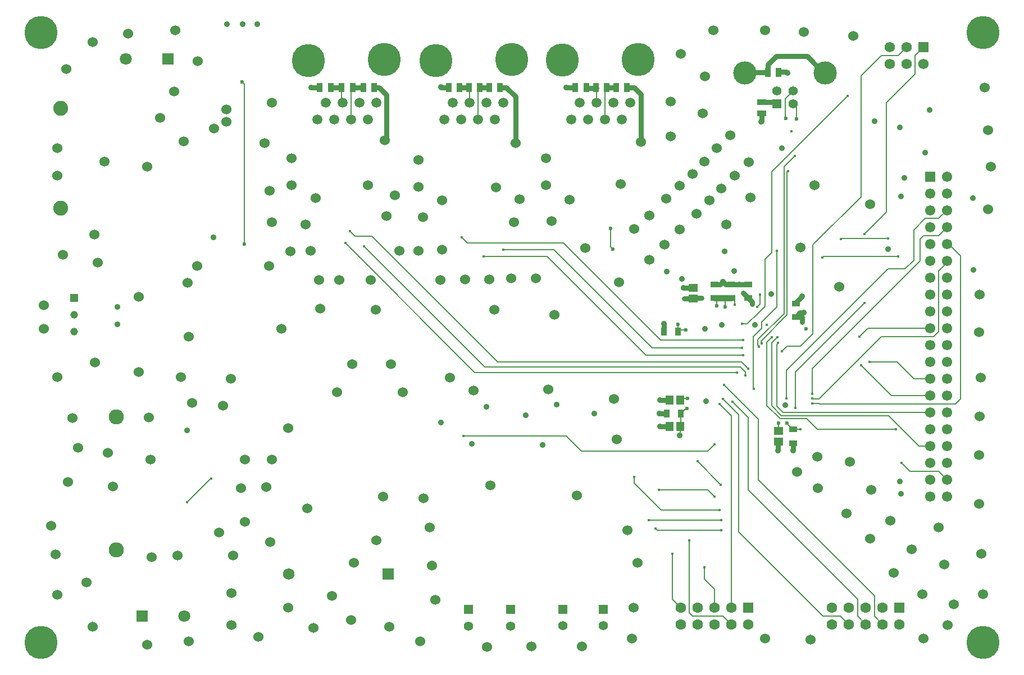
<source format=gbl>
%FSLAX23Y23*%
%MOIN*%
%SFA1B1*%

%IPPOS*%
%ADD13C,0.010000*%
%ADD20R,0.057330X0.051360*%
%ADD30R,0.051360X0.057330*%
%ADD31R,0.053150X0.033470*%
%ADD35R,0.033470X0.053150*%
%ADD59R,0.068900X0.068900*%
%ADD60C,0.068900*%
%ADD61C,0.137800*%
%ADD62R,0.055910X0.055910*%
%ADD63C,0.055910*%
%ADD68R,0.061810X0.061810*%
%ADD69C,0.061810*%
%ADD72R,0.055120X0.055120*%
%ADD73C,0.055120*%
%ADD81C,0.008000*%
%ADD83C,0.030000*%
%ADD88C,0.061020*%
%ADD89R,0.061020X0.061020*%
%ADD90C,0.062990*%
%ADD91R,0.062990X0.062990*%
%ADD92R,0.070870X0.070870*%
%ADD93C,0.070870*%
%ADD94C,0.089760*%
%ADD95C,0.196850*%
%ADD96C,0.059060*%
%ADD97R,0.045980X0.045980*%
%ADD98C,0.045980*%
%ADD99C,0.088580*%
%ADD100C,0.060000*%
%ADD101C,0.017720*%
%ADD102C,0.035430*%
%ADD103C,0.023620*%
%ADD105R,0.047490X0.037650*%
%ADD106R,0.037650X0.047490*%
%ADD107C,0.035000*%
%LNpcb-1*%
%LPD*%
G54D13*
X4548Y2470D02*
X4549Y2470D01*
G54D20*
X4275Y2448D03*
Y2385D03*
X4780Y1600D03*
Y1536D03*
G54D30*
X4133Y1626D03*
X4196D03*
X4134Y1783D03*
X4197D03*
G54D31*
X4680Y3552D03*
Y3487D03*
G54D35*
X3575Y3640D03*
X3640D03*
X2888D03*
X2823D03*
X3817D03*
X3882D03*
X2188D03*
X2253D03*
X4782Y3730D03*
X4717D03*
X2058Y3640D03*
X2123D03*
X2316D03*
X2381D03*
X3008D03*
X2943D03*
X3697D03*
X3762D03*
X3128D03*
X3063D03*
G54D59*
X2465Y750D03*
G54D60*
X1874Y750D03*
G54D61*
X5056Y3726D03*
X4582D03*
G54D62*
X4770Y3541D03*
G54D63*
X4868Y3541D03*
Y3620D03*
X4770D03*
G54D68*
X5640Y3880D03*
G54D69*
X5540Y3880D03*
X5440D03*
X5640Y3780D03*
X5540D03*
X5440D03*
G54D72*
X3740Y540D03*
X3500D03*
X2940Y538D03*
X3190D03*
G54D73*
X3740Y441D03*
X3500D03*
X2940Y440D03*
X3190D03*
G54D81*
X3447Y2677D02*
X4030Y2094D01*
X3149Y2677D02*
X3447D01*
X4030Y2094D02*
X4565D01*
X3995Y2050D02*
X4570D01*
X3407Y2637D02*
X3995Y2050D01*
X3031Y2637D02*
X3407D01*
X2369Y2755D02*
X3115Y2010D01*
X2268Y2755D02*
X2369D01*
X3115Y2010D02*
X4560D01*
X2210Y2715D02*
X2979Y1945D01*
X4534*
X4832Y2289D02*
Y3142D01*
X5260Y2160D02*
X5310Y2210D01*
X5680*
X1270Y1175D02*
X1410Y1315D01*
X1415*
X4465Y2380D02*
X4474Y2389D01*
X4500*
X4465Y2336D02*
Y2380D01*
X5010Y1610D02*
X5476D01*
X4790Y1672D02*
X4948D01*
X5010Y1610*
X5025Y1760D02*
X5640D01*
X5020Y1764D02*
X5025Y1760D01*
X4980Y1764D02*
X5020D01*
X5390Y2160D02*
X5700D01*
X4982Y1790D02*
X5020D01*
X5390Y2160*
X4980Y1820D02*
Y1970D01*
Y1792D02*
X4982Y1790D01*
X4770Y2335D02*
Y2532D01*
X4680Y2210D02*
Y2245D01*
X4770Y2335*
X4595Y2235D02*
X4660Y2300D01*
X4585Y2235D02*
X4595D01*
X4700Y2340D02*
Y2620D01*
X4660Y2300D02*
X4700Y2340D01*
X4654Y2336D02*
X4670Y2352D01*
X4564Y2235D02*
X4585D01*
X4670Y2352D02*
Y2410D01*
X3925Y1290D02*
Y1325D01*
Y1290D02*
X4085Y1130D01*
X5320Y2010D02*
X5485D01*
X5585Y1910D02*
X5680D01*
X5485Y2010D02*
X5585Y1910D01*
X4340Y720D02*
Y790D01*
X4400Y550D02*
Y660D01*
X4340Y720D02*
X4400Y660D01*
X4150Y600D02*
Y870D01*
Y600D02*
X4200Y550D01*
X1598Y3672D02*
X1610Y3660D01*
Y2710D02*
Y3660D01*
X4832Y3142D02*
X4836D01*
X4677Y2134D02*
X4832Y2289D01*
X4814Y2296D02*
Y3168D01*
X4659Y2141D02*
X4814Y2296D01*
X4085Y1130D02*
X4430D01*
X4250Y520D02*
Y950D01*
Y520D02*
X4270Y500D01*
X4450*
X4545Y1000D02*
Y1695D01*
X5045Y500D02*
X5148D01*
X4545Y1000D02*
X5045Y500D01*
X4600Y1250D02*
X5190Y660D01*
X4600Y1250D02*
Y1680D01*
X4660Y1310D02*
X5350Y620D01*
X4660Y1310D02*
Y1670D01*
X5350Y498D02*
Y620D01*
X4450Y1790D02*
X4545Y1695D01*
X4506Y1773D02*
X4600Y1680D01*
X4458Y1871D02*
X4660Y1670D01*
X5431Y2561D02*
X5530D01*
X4828Y1792D02*
Y1958D01*
X5431Y2561*
X4814Y3168D02*
X4878Y3232D01*
X4985Y2705D02*
X5270Y2990D01*
X4985Y2175D02*
Y2705D01*
X4912Y2102D02*
X4985Y2175D01*
X4830Y2102D02*
X4912D01*
X5270Y2990D02*
Y3710D01*
X4800Y2072D02*
X4830Y2102D01*
X4554Y1980D02*
X4585Y1949D01*
Y1930D02*
Y1949D01*
X4630Y1855D02*
X4635Y1850D01*
X4630Y1855D02*
Y2160D01*
X2910Y1570D02*
X3520D01*
X5270Y3710D02*
X5390Y3830D01*
X5490*
X5540Y3880*
X5420Y3550D02*
X5560Y3690D01*
X5420Y2900D02*
Y3550D01*
X5290Y2770D02*
X5420Y2900D01*
X5560Y3690D02*
X5590Y3720D01*
Y3830D02*
X5640Y3880D01*
X5590Y3720D02*
Y3830D01*
X4980Y1970D02*
X5620Y2610D01*
X4880Y1950D02*
X5290Y2360D01*
X4700Y2620D02*
X4740Y2660D01*
X4770Y2532D02*
Y2670D01*
X5150Y2740D02*
X5152Y2742D01*
X5432*
X5040Y2630D02*
X5045Y2635D01*
X5490*
X4740Y2660D02*
Y3140D01*
X5190Y3590*
X4880Y1735D02*
Y1950D01*
X4741Y1748D02*
Y2122D01*
X4770Y1747D02*
Y2112D01*
X2933Y2716D02*
X3503D01*
X2901Y2748D02*
X2933Y2716D01*
X2239Y2785D02*
X2268Y2755D01*
X2322Y2696D02*
X3039Y1980D01*
X4080Y2140D02*
X4570D01*
X3503Y2716D02*
X4080Y2140D01*
X2998Y3629D02*
X3008Y3640D01*
X2943D02*
X2948Y3635D01*
Y3548D02*
Y3635D01*
X2998Y3448D02*
Y3629D01*
X3039Y1980D02*
X4554D01*
X4560Y2010D02*
X4600Y1970D01*
X4194Y2200D02*
X4230D01*
X4183Y2189D02*
X4194Y2200D01*
X3520Y1570D02*
X3610Y1480D01*
X4360*
X4400Y1520*
X4300Y1420D02*
X4439Y1280D01*
X4070Y1250D02*
X4360D01*
X4400Y1210*
X4060Y1010D02*
X4440D01*
X4050Y1020D02*
X4060Y1010D01*
X4010Y1070D02*
X4440D01*
X4450Y500D02*
X4500Y450D01*
X5350Y498D02*
X5398Y450D01*
X5250Y498D02*
X5298Y450D01*
X5250Y498D02*
Y600D01*
X5190Y660D02*
X5250Y600D01*
X4500Y550D02*
Y1690D01*
X4430Y1760D02*
X4500Y1690D01*
X4231Y1733D02*
X4238D01*
X4200Y1702D02*
X4231Y1733D01*
X4200Y1629D02*
Y1702D01*
X5148Y500D02*
X5198Y450D01*
X4630Y2160D02*
X4680Y2210D01*
X4663Y2099D02*
X4666Y2102D01*
X5730Y2760D02*
X5780Y2810D01*
X5640Y2760D02*
X5730D01*
X5620Y2740D02*
X5640Y2760D01*
X5620Y2610D02*
Y2740D01*
X5700Y2160D02*
X5730Y2190D01*
Y2550*
X5780Y2600*
Y2610*
Y2710D02*
X5790D01*
X5860Y2640*
Y1790D02*
Y2640D01*
X5830Y1760D02*
X5860Y1790D01*
X5640Y1760D02*
X5830D01*
X5731Y2861D02*
X5780Y2910D01*
X5650Y2861D02*
X5731D01*
X5583Y2794D02*
X5650Y2861D01*
X5583Y2614D02*
Y2794D01*
X5530Y2561D02*
X5583Y2614D01*
X4677Y2124D02*
Y2134D01*
X4659Y2109D02*
X4666Y2102D01*
X4659Y2116D02*
X4659Y2116D01*
X4677Y2124D02*
X4682Y2118D01*
X4659Y2116D02*
Y2141D01*
X4659Y2109D02*
Y2116D01*
X4711Y1750D02*
Y2125D01*
X4741Y2155*
Y2122D02*
X4775Y2156D01*
X4770Y2112D02*
X4779Y2121D01*
X4770Y1747D02*
X4808Y1710D01*
X4741Y1748D02*
X4799Y1690D01*
X5435*
X5615Y1510*
X4711Y1750D02*
X4790Y1672D01*
X5615Y1510D02*
X5680D01*
X4808Y1710D02*
X5680D01*
X4908Y1608D02*
X4910Y1610D01*
X4780Y1600D02*
X4781Y1601D01*
Y1645*
X4831Y1643D02*
Y1645D01*
Y1643D02*
X4866Y1608D01*
X5270Y1990D02*
X5450Y1810D01*
X4866Y1608D02*
X4908D01*
X5450Y1810D02*
X5680D01*
X5560Y1360D02*
X5730D01*
X5510Y1410D02*
X5560Y1360D01*
X5730D02*
X5780Y1310D01*
X4820Y3458D02*
Y3571D01*
Y3458D02*
X4823Y3455D01*
X4886Y3451D02*
Y3541D01*
X3783Y2693D02*
X3797Y2680D01*
X4520Y2350D02*
Y2369D01*
X4500Y2389D02*
X4520Y2369D01*
X4570Y2419D02*
Y2420D01*
X4183Y2233D02*
X4183Y2232D01*
Y2189D02*
Y2232D01*
X4275Y2385D02*
X4278Y2389D01*
X3783Y2693D02*
Y2802D01*
X4195Y1572D02*
X4196Y1573D01*
Y1626*
X4200Y1629*
X4868Y3541D02*
X4886D01*
X4820Y3571D02*
X4868Y3620D01*
X2243Y3629D02*
X2253Y3640D01*
X2243Y3448D02*
Y3629D01*
X2188Y3553D02*
Y3640D01*
Y3553D02*
X2193Y3548D01*
X3750Y3450D02*
Y3627D01*
X3762Y3640*
X3640D02*
X3642Y3637D01*
X3700Y3550D02*
Y3637D01*
X4197Y1783D02*
X4207Y1793D01*
X4241*
X4400Y2389D02*
X4415Y2374D01*
Y2343D02*
Y2374D01*
G54D83*
X4884Y2275D02*
X4921D01*
Y2245D02*
Y2275D01*
X2445Y3325D02*
X2455Y3335D01*
X2410Y3640D02*
X2455Y3595D01*
Y3335D02*
Y3595D01*
X4222Y2386D02*
X4222Y2385D01*
X4275*
X2381Y3640D02*
X2410D01*
X3220Y3310D02*
Y3585D01*
X3128Y3640D02*
X3165D01*
X3220Y3585*
X3882Y3640D02*
X3925D01*
X3965Y3315D02*
Y3600D01*
X3925Y3640D02*
X3965Y3600D01*
X4884Y2356D02*
Y2364D01*
X4920Y2400*
X4909Y2301D02*
X4931D01*
X4884Y2275D02*
X4909Y2301D01*
X2888Y3640D02*
X2943D01*
X3008D02*
X3063D01*
X2776Y3641D02*
X2777Y3640D01*
X2823*
X4132Y1626D02*
X4133Y1626D01*
X4078Y1626D02*
X4132D01*
X4078Y1627D02*
X4078Y1626D01*
X4549Y2470D02*
X4549Y2470D01*
X4600*
X4679Y3437D02*
X4680Y3438D01*
Y3487*
X4570Y2419D02*
X4600Y2389D01*
X4500Y2470D02*
X4548D01*
X4466D02*
X4500D01*
X4102Y2189D02*
Y2236D01*
X4102Y2237D02*
X4102Y2236D01*
X4278Y2389D02*
X4323D01*
X4600Y2389D02*
X4623Y2366D01*
X2009Y3639D02*
X2010Y3640D01*
X2058*
X3520Y3639D02*
X3521Y3640D01*
X3575*
X4828Y3731D02*
X4833Y3726D01*
X4792Y3731D02*
X4828D01*
X4791Y3730D02*
X4792Y3731D01*
X4782Y3730D02*
X4791D01*
X4866Y1483D02*
X4867Y1482D01*
X4866Y1483D02*
Y1527D01*
X4779Y1482D02*
Y1536D01*
X4780Y1536*
X4073Y1702D02*
X4119D01*
X4078Y1784D02*
X4079Y1783D01*
X4134*
X4219Y2449D02*
X4219Y2448D01*
X4275*
X4433Y2470D02*
X4450Y2487D01*
X4400Y2470D02*
X4433D01*
X4450Y2487D02*
X4466Y2470D01*
X4717Y3730D02*
Y3776D01*
X4766Y3825D02*
X4951D01*
X4717Y3776D02*
X4766Y3825D01*
X5049Y3726D02*
X5056D01*
X4951Y3825D02*
X5049Y3726D01*
X4582D02*
X4585Y3730D01*
X4717*
X4758Y3552D02*
X4770Y3541D01*
X4680Y3552D02*
X4758D01*
X2253Y3640D02*
X2316D01*
X2123D02*
X2188D01*
X3762D02*
X3817D01*
X3642Y3637D02*
X3700D01*
X4623Y2351D02*
Y2366D01*
G54D88*
X5680Y1210D03*
Y1310D03*
Y1410D03*
Y1510D03*
Y1610D03*
Y1710D03*
Y1810D03*
Y1910D03*
Y2010D03*
Y2110D03*
Y2210D03*
Y2310D03*
Y2410D03*
Y2510D03*
Y2610D03*
Y2710D03*
Y2810D03*
Y2910D03*
Y3010D03*
X5780Y1210D03*
Y1310D03*
Y1410D03*
Y1510D03*
Y1610D03*
Y1710D03*
Y1810D03*
Y1910D03*
Y2010D03*
Y2110D03*
Y2210D03*
Y2310D03*
Y2410D03*
Y2510D03*
Y2610D03*
Y2710D03*
Y2810D03*
Y2910D03*
Y3010D03*
Y3110D03*
G54D89*
X5680Y3110D03*
G54D90*
X4600Y450D03*
X4500D03*
X4400D03*
X4300D03*
X4200D03*
X4500Y550D03*
X4400D03*
X4300D03*
X4200D03*
X5098Y550D03*
X5198D03*
X5298D03*
X5398D03*
X5098Y450D03*
X5198D03*
X5298D03*
X5398D03*
X5498D03*
G54D91*
X4600Y550D03*
X5498Y550D03*
G54D92*
X1005Y500D03*
X1159Y3808D03*
G54D93*
X1255Y500D03*
X909Y3808D03*
G54D94*
X850Y893D03*
Y1681D03*
G54D95*
X2746Y3800D03*
X3196Y3805D03*
X3948Y3806D03*
X3498Y3801D03*
X1991Y3800D03*
X2441Y3805D03*
X5994Y343D03*
Y3965D03*
X404Y343D03*
Y3965D03*
G54D96*
X3048Y3548D03*
X2998Y3448D03*
X2948Y3548D03*
X2898Y3448D03*
X2848Y3548D03*
X2798Y3448D03*
X3148Y3548D03*
X3098Y3448D03*
X3850Y3450D03*
X3900Y3550D03*
X3550Y3450D03*
X3600Y3550D03*
X3650Y3450D03*
X3700Y3550D03*
X3750Y3450D03*
X3800Y3550D03*
X2293Y3548D03*
X2243Y3448D03*
X2193Y3548D03*
X2143Y3448D03*
X2093Y3548D03*
X2043Y3448D03*
X2393Y3548D03*
X2343Y3448D03*
G54D97*
X600Y2390D03*
G54D98*
X600Y2290D03*
Y2190D03*
G54D99*
X520Y3515D03*
Y2924D03*
G54D100*
X3635Y2687D03*
X3835Y2482D03*
X2970Y1840D03*
X5325Y2945D03*
X5140Y2455D03*
X4910Y2690D03*
X4470Y2825D03*
X4615Y2985D03*
X4995Y3060D03*
X4700Y3980D03*
X4930Y3970D03*
X5225Y3945D03*
X4395Y3980D03*
X4200Y3840D03*
X4345Y3705D03*
X4140Y3555D03*
X4330Y3485D03*
X4140Y3350D03*
X6005Y3640D03*
X6025Y3385D03*
X6040Y3170D03*
X6025Y2915D03*
X5975Y2410D03*
X5970Y2185D03*
X5980Y1915D03*
X5975Y1685D03*
X5970Y1455D03*
Y1165D03*
X5985Y870D03*
X5995Y630D03*
X5785Y445D03*
X5820Y570D03*
X5765Y805D03*
X5730Y1025D03*
X5570Y895D03*
X5445Y1065D03*
X5330Y1250D03*
X5205Y1415D03*
X4890Y1355D03*
X5010Y1445D03*
X5015Y1260D03*
X5185Y1110D03*
X5325Y960D03*
X5465Y755D03*
X5635Y630D03*
X5640Y365D03*
X4970Y360D03*
X4700Y365D03*
X3050Y315D03*
X3615Y320D03*
X3315D03*
X3910Y365D03*
X3920Y550D03*
X3945Y815D03*
X3885Y1010D03*
X3585Y1215D03*
X3070Y1275D03*
X3415Y1845D03*
X2250Y1995D03*
X2550Y1830D03*
X2830Y1915D03*
X2480Y1995D03*
X3450Y2290D03*
X3095Y2320D03*
X2390D03*
X2060Y2325D03*
X1830Y2205D03*
X3210Y2840D03*
X3435Y2845D03*
X3245Y2975D03*
X2670Y2870D03*
X2455Y2875D03*
X2505Y3000D03*
X1975Y2825D03*
X1775Y2840D03*
X1760Y3025D03*
X1775Y3550D03*
X2160Y1830D03*
X1870Y1615D03*
X1985Y1140D03*
X2435Y1210D03*
X2710Y1025D03*
X2395Y950D03*
X2725Y800D03*
X2745Y595D03*
X2655Y350D03*
X2470Y435D03*
X2260Y815D03*
X2245Y475D03*
X2130Y620D03*
X2020Y430D03*
X1870Y550D03*
X1615Y1060D03*
X1765Y940D03*
X1695Y375D03*
X1535Y445D03*
Y635D03*
X1280Y350D03*
X1060Y850D03*
X1035Y330D03*
X710Y435D03*
X675Y700D03*
X500Y625D03*
X490Y865D03*
X465Y1035D03*
X830Y1270D03*
X565Y1295D03*
X1055Y1430D03*
X800Y1470D03*
X625Y1500D03*
X1045Y1680D03*
X1485Y1750D03*
X1300Y1765D03*
X1235Y1920D03*
X985Y1950D03*
X725Y2005D03*
X590Y1675D03*
X500Y1920D03*
X420Y2345D03*
Y2205D03*
X740Y2600D03*
X535Y2645D03*
X720Y2765D03*
X780Y3200D03*
X1110Y3460D03*
X1035Y3170D03*
X500Y3115D03*
Y3280D03*
X1195Y3615D03*
X1335Y3795D03*
X1200Y3980D03*
X920Y3960D03*
X555Y3750D03*
X710Y3910D03*
X4015Y2615D03*
X4105Y2705D03*
X4195Y2795D03*
X3925Y2800D03*
X4015Y2880D03*
X3340Y2505D03*
X3195D03*
X3065Y2500D03*
X2360Y2495D03*
X2530Y2670D03*
X3820Y1550D03*
X3805Y1790D03*
X1590Y1260D03*
X1740Y1265D03*
X1775Y1430D03*
X1615D03*
X2920Y2500D03*
X2775Y2495D03*
X2785Y2675D03*
X2645Y2670D03*
X1885Y2665D03*
X2055Y2495D03*
X2175D03*
X2005Y2670D03*
X4495Y3355D03*
X4605Y3195D03*
X4520Y3115D03*
X4440Y3040D03*
X4370Y2970D03*
X4295Y2890D03*
X4115Y2980D03*
X4195Y3055D03*
X4270Y3125D03*
X4340Y3200D03*
X4415Y3280D03*
X1215Y860D03*
X1460Y995D03*
X1505Y3510D03*
Y3435D03*
X1430Y3395D03*
X3965Y3315D03*
X3540Y2974D03*
X3400Y3060D03*
X2645Y3210D03*
Y3050D03*
X2445Y3325D03*
X3220Y3310D03*
X3845Y3065D03*
X3400Y3220D03*
X3105Y3045D03*
X2785Y2970D03*
X2675Y1200D03*
X1545Y860D03*
X1530Y1910D03*
X1758Y2580D03*
X1280Y2160D03*
X1275Y2480D03*
X985Y2395D03*
X2345Y3060D03*
X2033Y2983D03*
X1890Y3060D03*
Y3220D03*
X1730Y3310D03*
X1250Y3320D03*
X1330Y2580D03*
G54D101*
X2210Y2715D03*
X5260Y2160D03*
X1270Y1175D03*
X1415Y1315D03*
X4980Y1820D03*
Y1764D03*
X4654Y2336D03*
X3925Y1325D03*
X4836Y3142D03*
X4250Y950D03*
X4585Y1930D03*
X4635Y1850D03*
X2910Y1570D03*
X5290Y2770D03*
Y2360D03*
X4670Y2410D03*
X5150Y2740D03*
X5040Y2630D03*
X5190Y3590D03*
X4564Y2235D03*
X4800Y2072D03*
X3031Y2637D03*
X3149Y2677D03*
X2901Y2748D03*
X2239Y2785D03*
X2322Y2696D03*
X4534Y1945D03*
X4600Y1970D03*
X4570Y2050D03*
X4565Y2094D03*
X4570Y2140D03*
X4400Y1520D03*
X4439Y1280D03*
X4300Y1420D03*
X4070Y1250D03*
X4400Y1210D03*
X4440Y1010D03*
X4050Y1020D03*
X4010Y1070D03*
X4440D03*
X4430Y1130D03*
X4150Y870D03*
X4458Y1871D03*
X4506Y1773D03*
X4450Y1790D03*
X4430Y1760D03*
X4340Y790D03*
X4770Y2670D03*
X4663Y2099D03*
X4682Y2118D03*
X4741Y2155D03*
X4775Y2156D03*
X4779Y2121D03*
X4712Y2230D03*
X5476Y1610D03*
X4910D03*
X4828Y1792D03*
X5270Y1990D03*
X4880Y1735D03*
X5432Y2742D03*
X5490Y2635D03*
X4980Y1792D03*
X5320Y2010D03*
X5510Y1410D03*
X4520Y2350D03*
X4570Y2420D03*
X4878Y3232D03*
X4858Y3378D03*
G54D102*
X4350Y1775D03*
X5350Y3440D03*
X4920Y2400D03*
X4931Y2301D03*
X4800Y3280D03*
X856Y2336D03*
X1429Y2750D03*
X858Y2231D03*
X4738Y2411D03*
X2776Y3641D03*
X2960Y1522D03*
X4820Y1751D03*
X5430Y2680D03*
X5508Y1227D03*
X5933Y2981D03*
X5939Y2555D03*
X4078Y1627D03*
X2776Y1650D03*
X3047Y1742D03*
X3464Y1757D03*
X3380Y1515D03*
X3689Y1702D03*
X3280Y1692D03*
X4679Y3437D03*
X5676Y3505D03*
X5500Y3403D03*
X5650Y3252D03*
X4460Y2667D03*
X5500Y1300D03*
X4549Y2470D03*
X4445Y2228D03*
X4102Y2237D03*
X4344Y2206D03*
X4195Y1572D03*
X1270Y1601D03*
X1507Y4017D03*
X1600Y4016D03*
X1687Y4015D03*
X2009Y3639D03*
X3520D03*
X4833Y3726D03*
X5528Y3101D03*
X5506Y2993D03*
X4867Y1482D03*
X4779Y1482D03*
X4073Y1702D03*
X4078Y1784D03*
X4117Y2547D03*
X4208Y2501D03*
X4219Y2449D03*
X4450Y2487D03*
X4519Y2550D03*
X4642Y2228D03*
G54D103*
X4943Y2206D03*
X4921Y2245D03*
X1610Y2710D03*
X1598Y3672D03*
X4230Y2200D03*
X4238Y1733D03*
X4831Y1645D03*
X4781D03*
X4823Y3455D03*
X4886Y3451D03*
X3797Y2680D03*
X4465Y2336D03*
X4183Y2233D03*
X4222Y2386D03*
X3783Y2802D03*
X4323Y2389D03*
X4623Y2351D03*
X4241Y1793D03*
X4415Y2343D03*
G54D105*
X4884Y2356D03*
Y2275D03*
X4400Y2470D03*
Y2389D03*
X4600Y2470D03*
Y2389D03*
X4500Y2470D03*
Y2389D03*
X4866Y1527D03*
Y1608D03*
G54D106*
X4119Y1702D03*
X4200D03*
X4102Y2189D03*
X4183D03*
G54D107*
X4400Y2389D02*
X4500D01*
M02*
</source>
